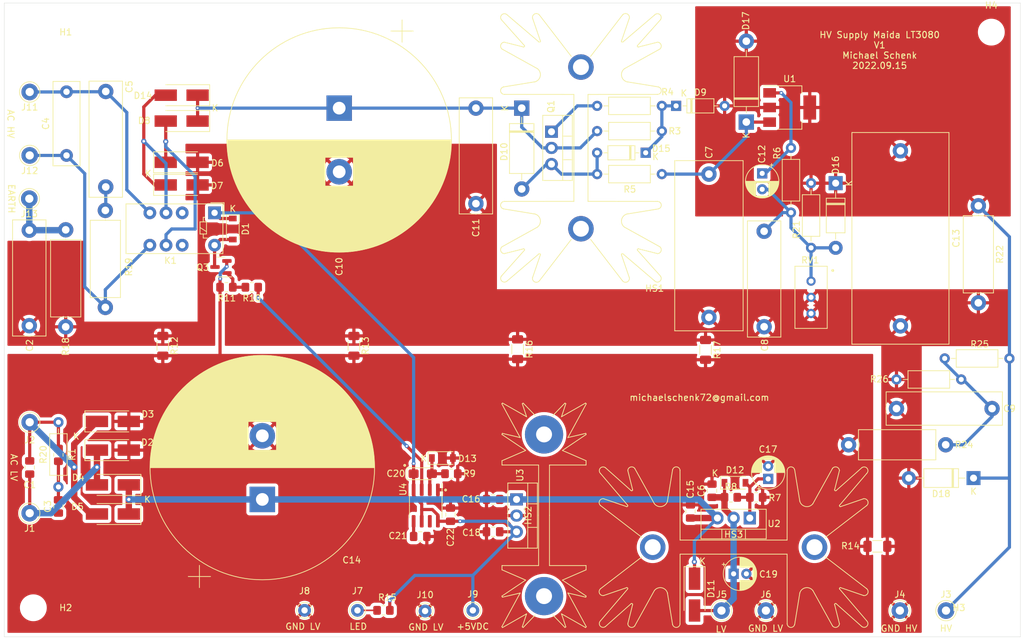
<source format=kicad_pcb>
(kicad_pcb (version 20211014) (generator pcbnew)
  (layers (0 "F.Cu" signal) (31 "B.Cu" signal) (34 "B.Paste" user) (35 "F.Paste" user) (36 "B.SilkS" user "B.Silkscreen") (37 "F.SilkS" user "F.Silkscreen") (38 "B.Mask" user) (39 "F.Mask" user) (44 "Edge.Cuts" user))
  (net 0 "")
  (net 1 "Net-(C1-Pad2)")
  (net 2 "GND_HV")
  (net 3 "Net-(C2-Pad1)")
  (net 4 "Net-(C3-Pad2)")
  (net 5 "Net-(C7-Pad1)")
  (net 6 "GND_LV")
  (net 7 "Net-(C4-Pad1)")
  (net 8 "Net-(C14-Pad1)")
  (net 9 "Net-(C17-Pad1)")
  (net 10 "Net-(C19-Pad1)")
  (net 11 "Net-(C20-Pad2)")
  (net 12 "Net-(D14-Pad2)")
  (net 13 "Net-(Q3-Pad1)")
  (net 14 "Net-(R10-Pad2)")
  (net 15 "Net-(J7-Pad1)")
  (net 16 "Net-(C21-Pad1)")
  (net 18 "Net-(C1-Pad1)")
  (net 19 "Net-(C4-Pad2)")
  (net 20 "Net-(C5-Pad1)")
  (net 21 "+5VDC")
  (net 22 "RELCTRL")
  (net 23 "Net-(D6-Pad1)")
  (net 25 "Net-(C9-Pad2)")
  (net 26 "Net-(D15-Pad1)")
  (net 27 "Net-(D10-Pad2)")
  (net 29 "Net-(Q1-Pad1)")
  (net 30 "Net-(C12-Pad2)")
  (net 31 "Net-(C10-Pad1)")
  (net 32 "Net-(C12-Pad1)")
  (net 33 "/HVOUT")
  (footprint "Capacitor_THT:CP_Radial_D35.0mm_P10.00mm_SnapIn" (layer "F.Cu") (at 102.87 69.342 -90)
    (fp_text reference "C10")
    (fp_text value "680uF/450VDC")
  )
  (footprint "Capacitor_THT:C_Rect_L18.0mm_W5.0mm_P15.00mm_FKS3_FKP3" (layer "F.Cu") (at 124.333 69.342 -90)
    (fp_text reference "C11")
    (fp_text value "100nF/630V")
  )
  (footprint "MountingHole:MountingHole_3.2mm_M3" (layer "F.Cu") (at 54.864 57.404)
    (fp_text reference "H1")
    (fp_text value "MountingHole")
  )
  (footprint "MountingHole:MountingHole_3.2mm_M3" (layer "F.Cu") (at 54.864 147.828)
    (fp_text reference "H2")
    (fp_text value "MountingHole")
  )
  (footprint "MountingHole:MountingHole_3.2mm_M3" (layer "F.Cu") (at 205.232 147.828)
    (fp_text reference "H3")
    (fp_text value "MountingHole")
  )
  (footprint "Connector_Pin:Pin_D1.3mm_L11.0mm" (layer "F.Cu") (at 198.12 148.2725)
    (fp_text reference "J3")
    (fp_text value "HV")
  )
  (footprint "Capacitor_THT:CP_Radial_D5.0mm_P2.00mm" (layer "F.Cu") (at 164.7825 142.494)
    (fp_text reference "C19")
    (fp_text value "1uF/25V")
  )
  (footprint "Capacitor_Tantalum_SMD:CP_EIA-3216-12_Kemet-S_Pad1.58x1.35mm_HandSolder" (layer "F.Cu") (at 115.9867 126.7714)
    (fp_text reference "C20")
    (fp_text value "15uF/10V")
  )
  (footprint "Diode_SMD:D_SOD-123" (layer "F.Cu") (at 119.0752 124.3076)
    (fp_text reference "D13")
    (fp_text value "1N4148W")
  )
  (footprint "Heatsink:Heatsink_Fischer_SK129-STS_42x25mm_2xDrill2.5mm" (layer "F.Cu") (at 164.7825 138.303)
    (fp_text reference "HS3")
    (fp_text value "Heatsink")
  )
  (footprint "Connector_Pin:Pin_D1.3mm_L11.0mm" (layer "F.Cu") (at 162.8775 148.2725)
    (fp_text reference "J5")
    (fp_text value "LV")
  )
  (footprint "Connector_Pin:Pin_D1.3mm_L11.0mm" (layer "F.Cu") (at 169.8498 148.2725)
    (fp_text reference "J6")
    (fp_text value "GND_LV")
  )
  (footprint "Package_TO_SOT_SMD:SOT-23" (layer "F.Cu") (at 84.312 94.2975 180)
    (fp_text reference "Q3")
    (fp_text value "MMBT3904")
  )
  (footprint "Resistor_SMD:R_0805_2012Metric_Pad1.20x1.40mm_HandSolder" (layer "F.Cu") (at 120.4816 126.7714)
    (fp_text reference "R9")
    (fp_text value "1Meg")
  )
  (footprint "Resistor_SMD:R_0805_2012Metric_Pad1.20x1.40mm_HandSolder" (layer "F.Cu") (at 89.154 97.4725)
    (fp_text reference "R10")
    (fp_text value "2.49k")
  )
  (footprint "Resistor_SMD:R_0805_2012Metric_Pad1.20x1.40mm_HandSolder" (layer "F.Cu") (at 85.1695 97.4725 180)
    (fp_text reference "R11")
    (fp_text value "2.49k")
  )
  (footprint "Resistor_SMD:R_1206_3216Metric_Pad1.30x1.75mm_HandSolder" (layer "F.Cu") (at 75.184 106.68 -90)
    (fp_text reference "R12")
    (fp_text value "0R")
  )
  (footprint "Resistor_SMD:R_1206_3216Metric_Pad1.30x1.75mm_HandSolder" (layer "F.Cu") (at 105.1814 106.6794 -90)
    (fp_text reference "R13")
    (fp_text value "0R")
  )
  (footprint "Resistor_SMD:R_1206_3216Metric_Pad1.30x1.75mm_HandSolder" (layer "F.Cu") (at 187.351 138.176 180)
    (fp_text reference "R14")
    (fp_text value "0R")
  )
  (footprint "Package_TO_SOT_THT:TO-220-3_Vertical" (layer "F.Cu") (at 130.7084 130.81 -90)
    (fp_text reference "U3")
    (fp_text value "LM7805_TO220")
  )
  (footprint "Package_SO:SOIC-8_3.9x4.9mm_P1.27mm" (layer "F.Cu") (at 116.459 131.764 -90)
    (fp_text reference "U4")
    (fp_text value "TLC555xD")
  )
  (footprint "Resistor_SMD:R_1206_3216Metric_Pad1.30x1.75mm_HandSolder" (layer "F.Cu") (at 130.8735 107.214 -90)
    (fp_text reference "R16")
    (fp_text value "0R")
  )
  (footprint "Resistor_SMD:R_1206_3216Metric_Pad1.30x1.75mm_HandSolder" (layer "F.Cu") (at 160.3756 107.3156 -90)
    (fp_text reference "R17")
    (fp_text value "0R")
  )
  (footprint "Connector_Pin:Pin_D1.3mm_L11.0mm" (layer "F.Cu") (at 190.881 148.2725)
    (fp_text reference "J4")
    (fp_text value "GND_HV")
  )
  (footprint "Connector_Pin:Pin_D1.0mm_L10.0mm" (layer "F.Cu") (at 105.7402 148.2344)
    (fp_text reference "J7")
    (fp_text value "LED")
  )
  (footprint "Connector_Pin:Pin_D1.0mm_L10.0mm" (layer "F.Cu") (at 97.4344 148.2344)
    (fp_text reference "J8")
    (fp_text value "GND_LV")
  )
  (footprint "Connector_Pin:Pin_D1.0mm_L10.0mm" (layer "F.Cu") (at 123.8504 148.2344)
    (fp_text reference "J9")
    (fp_text value "+5V")
  )
  (footprint "Connector_Pin:Pin_D1.0mm_L10.0mm" (layer "F.Cu") (at 116.3574 148.336)
    (fp_text reference "J10")
    (fp_text value "GND_LV")
  )
  (footprint "Resistor_SMD:R_0805_2012Metric_Pad1.20x1.40mm_HandSolder" (layer "F.Cu") (at 109.8202 148.2344)
    (fp_text reference "R15")
    (fp_text value "330R")
  )
  (footprint "Capacitor_SMD:C_0805_2012Metric_Pad1.18x1.45mm_HandSolder" (layer "F.Cu") (at 127.0293 130.81 180)
    (fp_text reference "C16")
    (fp_text value "330nF/50V")
  )
  (footprint "Capacitor_SMD:C_0805_2012Metric_Pad1.18x1.45mm_HandSolder" (layer "F.Cu") (at 127.0293 135.89 180)
    (fp_text reference "C18")
    (fp_text value "100nF/50V")
  )
  (footprint "Capacitor_SMD:C_0805_2012Metric_Pad1.18x1.45mm_HandSolder" (layer "F.Cu") (at 115.5915 136.6266)
    (fp_text reference "C21")
    (fp_text value "100nF/50V")
  )
  (footprint "Capacitor_SMD:C_0805_2012Metric_Pad1.18x1.45mm_HandSolder" (layer "F.Cu") (at 120.3452 133.2015 90)
    (fp_text reference "C22")
    (fp_text value "100nF/50V")
  )
  (footprint "MountingHole:MountingHole_3.2mm_M3" (layer "F.Cu") (at 205.232 57.404)
    (fp_text reference "H4")
    (fp_text value "MountingHole")
  )
  (footprint "Capacitor_THT:CP_Radial_D5.0mm_P2.00mm" (layer "F.Cu") (at 170.2054 127.5842 90)
    (fp_text reference "C17")
    (fp_text value "10uF/25V")
  )
  (footprint "Diode_SMD:D_SOD-123" (layer "F.Cu") (at 164.9974 128.1938)
    (fp_text reference "D12")
    (fp_text value "1N4148W")
  )
  (footprint "Diode_SMD:D_SMA_Handsoldering" (layer "F.Cu") (at 158.6484 145.7598 -90)
    (fp_text reference "D11")
    (fp_text value "1N4007")
  )
  (footprint "Package_TO_SOT_THT:TO-220-3_Vertical" (layer "F.Cu") (at 167.3225 133.731 180)
    (fp_text reference "U2")
    (fp_text value "LM317_TO-220")
  )
  (footprint "Resistor_SMD:R_0805_2012Metric_Pad1.20x1.40mm_HandSolder" (layer "F.Cu") (at 164.354 130.4798)
    (fp_text reference "R8")
    (fp_text value "240R")
  )
  (footprint "Resistor_SMD:R_0805_2012Metric_Pad1.20x1.40mm_HandSolder" (layer "F.Cu") (at 168.3352 130.4798)
    (fp_text reference "R7")
    (fp_text value "976R")
  )
  (footprint "Capacitor_SMD:C_0805_2012Metric_Pad1.18x1.45mm_HandSolder" (layer "F.Cu") (at 158.0134 132.6935 90)
    (fp_text reference "C15")
    (fp_text value "100nF/50V")
  )
  (footprint "Package_TO_SOT_THT:TO-220-3_Vertical" (layer "F.Cu") (at 136.1948 73.0504 -90)
    (fp_text reference "Q1")
    (fp_text value "FQPF2N70")
  )
  (footprint "Capacitor_THT:CP_Radial_D35.0mm_P10.00mm_SnapIn" (layer "F.Cu") (at 90.805 130.81 90)
    (fp_text reference "C14")
    (fp_text value "22000uF/25VDC")
  )
  (footprint "Capacitor_SMD:C_0805_2012Metric_Pad1.18x1.45mm_HandSolder" (layer "F.Cu") (at 54.2925 125.7935 90)
    (fp_text reference "C1")
    (fp_text value "Cx/10nF/50V")
  )
  (footprint "Capacitor_THT:C_Rect_L18.0mm_W5.0mm_P15.00mm_FKS3_FKP3" (layer "F.Cu") (at 54.229 88.519 -90)
    (fp_text reference "C2")
    (fp_text value "2.2nF 2kV")
  )
  (footprint "Capacitor_SMD:C_0805_2012Metric_Pad1.18x1.45mm_HandSolder" (layer "F.Cu") (at 58.801 131.911 90)
    (fp_text reference "C3")
    (fp_text value "Cs/50V")
  )
  (footprint "Capacitor_THT:C_Rect_L13.0mm_W4.0mm_P10.00mm_FKS3_FKP3_MKS4" (layer "F.Cu") (at 60.071 76.7715 90)
    (fp_text reference "C4")
    (fp_text value "Cx/10nF/630V")
  )
  (footprint "Capacitor_THT:C_Rect_L18.0mm_W5.0mm_P15.00mm_FKS3_FKP3" (layer "F.Cu") (at 66.2305 81.7245 90)
    (fp_text reference "C5")
    (fp_text value "Cs/630V")
  )
  (footprint "Capacitor_SMD:C_0805_2012Metric_Pad1.18x1.45mm_HandSolder" (layer "F.Cu") (at 161.3916 129.4423 90)
    (fp_text reference "C6")
    (fp_text value "100nF/50V")
  )
  (footprint "Diode_SMD:D_SOD-123" (layer "F.Cu") (at 86.1695 88.3275 -90)
    (fp_text reference "D1")
    (fp_text value "1N4148W")
  )
  (footprint "Diode_SMD:D_SMA_Handsoldering" (layer "F.Cu") (at 67.35 123.063)
    (fp_text reference "D2")
    (fp_text value "BYG22B-E3")
  )
  (footprint "Diode_SMD:D_SMA_Handsoldering" (layer "F.Cu") (at 67.35 118.5545)
    (fp_text reference "D3")
    (fp_text value "BYG22B-E3")
  )
  (footprint "Diode_SMD:D_SMA_Handsoldering" (layer "F.Cu") (at 67.35 128.524 180)
    (fp_text reference "D4")
    (fp_text value "BYG22B-E3")
  )
  (footprint "Diode_SMD:D_SMA_Handsoldering" (layer "F.Cu") (at 67.35 133.096 180)
    (fp_text reference "D5")
    (fp_text value "BYG22B-E3")
  )
  (footprint "Diode_SMD:D_SMA_Handsoldering" (layer "F.Cu") (at 78.145 77.851)
    (fp_text reference "D6")
    (fp_text value "BYG20J")
  )
  (footprint "Diode_SMD:D_SMA_Handsoldering" (layer "F.Cu") (at 78.145 81.407)
    (fp_text reference "D7")
    (fp_text value "BYG20J")
  )
  (footprint "Diode_SMD:D_SMA_Handsoldering" (layer "F.Cu") (at 78.145 71.374 180)
    (fp_text reference "D8")
    (fp_text value "BYG20J")
  )
  (footprint "Diode_SMD:D_SMA_Handsoldering" (layer "F.Cu") (at 78.145 67.31 180)
    (fp_text reference "D14")
    (fp_text value "BYG20J")
  )
  (footprint "Heatsink:Heatsink_Fischer_SK129-STS_42x25mm_2xDrill2.5mm" (layer "F.Cu") (at 140.8176 75.5904 -90)
    (fp_text reference "HS1")
    (fp_text value "Heatsink")
  )
  (footprint "Connector_Pin:Pin_D1.3mm_L11.0mm" (layer "F.Cu") (at 54.2925 132.969)
    (fp_text reference "J1")
    (fp_text value "AC-LV")
  )
  (footprint "Connector_Pin:Pin_D1.3mm_L11.0mm" (layer "F.Cu") (at 54.2925 118.6815)
    (fp_text reference "J2")
    (fp_text value "AC-LV")
  )
  (footprint "Connector_Pin:Pin_D1.3mm_L11.0mm" (layer "F.Cu") (at 54.2925 66.802)
    (fp_text reference "J11")
    (fp_text value "AC-HV")
  )
  (footprint "Connector_Pin:Pin_D1.3mm_L11.0mm" (layer "F.Cu") (at 54.2925 76.7715)
    (fp_text reference "J12")
    (fp_text value "AC-HV")
  )
  (footprint "Connector_Pin:Pin_D1.3mm_L11.0mm" (layer "F.Cu") (at 54.229 83.566)
    (fp_text reference "J13")
    (fp_text value "EARTH")
  )
  (footprint "Relay_THT:Relay_DPDT_Omron_G6S-2" (layer "F.Cu") (at 83.312 85.7885 -90)
    (fp_text reference "K1")
    (fp_text value "G6S-2 DC5")
  )
  (footprint "Resistor_SMD:R_0805_2012Metric_Pad1.20x1.40mm_HandSolder" (layer "F.Cu") (at 58.801 123.809 90)
    (fp_text reference "R1")
    (fp_text value "Rs/1/8W")
  )
  (footprint "Resistor_THT:R_Axial_DIN0414_L11.9mm_D4.5mm_P15.24mm_Horizontal" (layer "F.Cu") (at 59.944 88.4555 -90)
    (fp_text reference "R18")
    (fp_text value "100R/2W")
  )
  (footprint "Resistor_THT:R_Axial_DIN0414_L11.9mm_D4.5mm_P15.24mm_Horizontal" (layer "F.Cu") (at 66.167 85.4075 -90)
    (fp_text reference "R19")
    (fp_text value "Rs/2W")
  )
  (footprint "Resistor_THT:R_Axial_DIN0207_L6.3mm_D2.5mm_P10.16mm_Horizontal" (layer "F.Cu") (at 58.801 128.8415 90)
    (fp_text reference "R20")
    (fp_text value "Rs/0.6W")
  )
  (footprint "Resistor_THT:R_Axial_DIN0207_L6.3mm_D2.5mm_P10.16mm_Horizontal" (layer "F.Cu") (at 176.9364 91.2876 90)
    (fp_text reference "R21")
    (fp_text value "1k/0.6W")
  )
  (footprint "Resistor_THT:R_Axial_DIN0414_L11.9mm_D4.5mm_P15.24mm_Horizontal" (layer "F.Cu") (at 203.2 84.6836 -90)
    (fp_text reference "R22")
    (fp_text value "100k/2W")
  )
  (footprint "Package_TO_SOT_SMD:SOT-223" (layer "F.Cu") (at 173.584 69.2404)
    (fp_text reference "U1")
    (fp_text value "LT3080xST")
  )
  (footprint "Heatsink:Heatsink_Fischer_SK104-STC-STIC_35x13mm_2xDrill2.5mm" (layer "F.Cu") (at 135.0264 133.2992 90)
    (fp_text reference "HS2")
    (fp_text value "Heatsink")
  )
  (footprint "Diode_THT:D_DO-41_SOD81_P10.16mm_Horizontal" (layer "F.Cu") (at 202.438 127.4572 180)
    (fp_text reference "D18")
    (fp_text value "1N4007")
  )
  (footprint "Capacitor_THT:CP_Radial_D5.0mm_P2.50mm" (layer "F.Cu") (at 169.2656 79.5928 -90)
    (fp_text reference "C12")
    (fp_text value "2.2uF")
  )
  (footprint "Capacitor_THT:C_Rect_L18.0mm_W5.0mm_P15.00mm_FKS3_FKP3" (layer "F.Cu") (at 190.3476 116.5352)
    (fp_text reference "C9")
    (fp_text value "100nF/630V")
  )
  (footprint "Diode_THT:D_DO-41_SOD81_P10.16mm_Horizontal" (layer "F.Cu") (at 180.7972 81.1276 -90)
    (fp_text reference "D16")
    (fp_text value "1N4007")
  )
  (footprint "Capacitor_THT:C_Rect_L33.0mm_W15.0mm_P27.50mm_MKS4" (layer "F.Cu") (at 190.964442 76.0476 -90)
    (fp_text reference "C13")
    (fp_text value "2.2uF/630V")
  )
  (footprint "Resistor_THT:R_Axial_DIN0207_L6.3mm_D2.5mm_P10.16mm_Horizontal" (layer "F.Cu") (at 143.3576 72.9488)
    (fp_text reference "R3")
    (fp_text value "100k/1W")
  )
  (footprint "Resistor_THT:R_Axial_DIN0207_L6.3mm_D2.5mm_P10.16mm_Horizontal" (layer "F.Cu") (at 143.3576 79.7052)
    (fp_text reference "R5")
    (fp_text value "18R/0.6W")
  )
  (footprint "Potentiometer_THT:Potentiometer_Bourns_3296W_Vertical" (layer "F.Cu") (at 176.9364 96.52 90)
    (fp_text reference "RV1")
    (fp_text value "500k")
  )
  (footprint "Resistor_THT:R_Axial_DIN0207_L6.3mm_D2.5mm_P10.16mm_Horizontal" (layer "F.Cu") (at 143.3576 68.9864)
    (fp_text reference "R4")
    (fp_text value "100R/0.6W")
  )
  (footprint "Capacitor_THT:C_Rect_L18.0mm_W5.0mm_P15.00mm_FKS3_FKP3" (layer "F.Cu") (at 169.5704 88.6828 -90)
    (fp_text reference "C8")
    (fp_text value "100nF/630V")
  )
  (footprint "Diode_THT:D_DO-35_SOD27_P7.62mm_Horizontal" (layer "F.Cu") (at 150.9776 76.3524 180)
    (fp_text reference "D15")
    (fp_text value "1N5235BTR/0.5W")
  )
  (footprint "Diode_THT:D_DO-15_P12.70mm_Horizontal" (layer "F.Cu") (at 166.7764 71.5264 90)
    (fp_text reference "D17")
    (fp_text value "P6KE39A")
  )
  (footprint "Diode_THT:D_DO-35_SOD27_P7.62mm_Horizontal" (layer "F.Cu") (at 155.7528 68.9864)
    (fp_text reference "D9")
    (fp_text value "1N5235BTR/6.8V/0.5W")
  )
  (footprint "Resistor_THT:R_Axial_DIN0207_L6.3mm_D2.5mm_P10.16mm_Horizontal" (layer "F.Cu") (at 200.5076 111.9632 180)
    (fp_text reference "R26")
    (fp_text value "100k/0.6W")
  )
  (footprint "Diode_THT:D_DO-15_P12.70mm_Horizontal" (layer "F.Cu") (at 131.5212 69.342 -90)
    (fp_text reference "D10")
    (fp_text value "P6KE530A")
  )
  (footprint "Resistor_THT:R_Axial_DIN0207_L6.3mm_D2.5mm_P10.16mm_Horizontal" (layer "F.Cu") (at 173.7868 85.7504 90)
    (fp_text reference "R6")
    (fp_text value "100k/0.6W")
  )
  (footprint "Capacitor_THT:C_Rect_L26.5mm_W10.5mm_P22.50mm_MKS4" (layer "F.Cu") (at 160.909 79.7052 -90)
    (fp_text reference "C7")
    (fp_text value "1uF/630V")
  )
  (footprint "Resistor_THT:R_Axial_DIN0414_L11.9mm_D4.5mm_P15.24mm_Horizontal" (layer "F.Cu") (at 182.8292 122.2248)
    (fp_text reference "R24")
    (fp_text value "100R/2W")
  )
  (footprint "Resistor_THT:R_Axial_DIN0207_L6.3mm_D2.5mm_P10.16mm_Horizontal" (layer "F.Cu") (at 208.0768 108.6612 180)
    (fp_text reference "R25")
    (fp_text value "300k/0.6W")
  )
  (gr_line (start 50.292 52.832) (end 50.292 152.4) (layer "Edge.Cuts") (width 0.05))
  (gr_line (start 209.804 52.832) (end 50.292 52.832) (layer "Edge.Cuts") (width 0.05))
  (gr_line (start 50.292 152.4) (end 209.804 152.4) (layer "Edge.Cuts") (width 0.05))
  (gr_line (start 209.804 152.4) (end 209.804 52.832) (layer "Edge.Cuts") (width 0.05))
  (gr_text "HV" (at 198.12 151.0665) (layer "F.SilkS") (effects (font (size 1 1))))
  (gr_text "LV" (at 162.814 151.1935) (layer "F.SilkS") (effects (font (size 1 1))))
  (gr_text "GND LV" (at 116.4844 150.876) (layer "F.SilkS") (effects (font (size 1 1))))
  (gr_text "GND LV" (at 97.1804 150.7744) (layer "F.SilkS") (effects (font (size 1 1))))
  (gr_text "+5VDC" (at 123.8504 150.7744) (layer "F.SilkS") (effects (font (size 1 1))))
  (gr_text "LED" (at 105.8672 150.7744) (layer "F.SilkS") (effects (font (size 1 1))))
  (gr_text "AC LV" (at 51.816 125.7935 270) (layer "F.SilkS") (effects (font (size 1 1))))
  (gr_text "AC HV" (at 51.308 71.8185 270) (layer "F.SilkS") (effects (font (size 1 1))))
  (gr_text "EARTH" (at 51.435 83.566 -90) (layer "F.SilkS") (effects (font (size 1 1))))
  (gr_text "GND HV" (at 190.754 151.0665) (layer "F.SilkS") (effects (font (size 1 1))))
  (gr_text "K" (at 72.898 79.629) (layer "F.SilkS") (effects (font (size 1 1))))
  (gr_text "K" (at 61.595 120.904) (layer "F.SilkS") (effects (font (size 1 1))))
  (gr_text "K" (at 72.771 130.81) (layer "F.SilkS") (effects (font (size 1 1))))
  (gr_text "K" (at 116.1415 124.333) (layer "F.SilkS") (effects (font (size 1 1))))
  (gr_text "K" (at 159.893 140.5255) (layer "F.SilkS") (effects (font (size 1 1))))
  (gr_text "K" (at 161.8615 126.6825) (layer "F.SilkS") (effects (font (size 1 1))))
  (gr_text "GND LV" (at 169.799 151.0665) (layer "F.SilkS") (effects (font (size 1 1))))
  (gr_text "K" (at 86.1695 85.1535) (layer "F.SilkS") (effects (font (size 1 1))))
  (gr_text "°" (at 113.157 125.857) (layer "F.SilkS") (effects (font (size 1 1))))
  (gr_text "K" (at 83.3755 69.342) (layer "F.SilkS") (effects (font (size 1 1))))
  (gr_text "°" (at 119.5705 129.7305) (layer "F.SilkS") (effects (font (size 1 1))))
  (gr_text "°" (at 180.34 95.25) (layer "F.SilkS") (effects (font (size 1 1))))
  (gr_text "HV Supply Maida LT3080\nV1\nMichael Schenk\n2022.09.15\n" (at 187.706 60.2488) (layer "F.SilkS") (effects (font (size 1 1))))
  (gr_text "michaelschenk72@gmail.com" (at 159.4104 114.808) (layer "F.SilkS") (effects (font (size 1 1))))
  (segment (start 61.2775 125.73) (end 61.2775 122.127) (width 1) (layer "F.Cu") (net 1))
  (segment (start 58.801 118.6815) (end 54.2925 118.6815) (width 0.5) (layer "F.Cu") (net 1))
  (segment (start 61.2775 130.4925) (end 61.2775 125.73) (width 1) (layer "F.Cu") (net 1))
  (segment (start 64.85 133.096) (end 63.881 133.096) (width 1) (layer "F.Cu") (net 1))
  (segment (start 63.881 133.096) (end 61.2775 130.4925) (width 1) (layer "F.Cu") (net 1))
  (segment (start 61.2775 122.127) (end 64.85 118.5545) (width 1) (layer "F.Cu") (net 1))
  (segment (start 54.2925 124.756) (end 54.2925 118.6815) (width 0.5) (layer "F.Cu") (net 1))
  (segment (start 58.801 122.809) (end 58.801 118.6815) (width 0.5) (layer "F.Cu") (net 1))
  (via (at 61.2775 125.73) (size 1) (drill 0.5) (layers "F.Cu" "B.Cu") (net 1))
  (segment (start 54.2925 118.6815) (end 54.2925 118.745) (width 1) (layer "B.Cu") (net 1))
  (segment (start 54.2925 118.745) (end 61.2775 125.73) (width 1) (layer "B.Cu") (net 1))
  (segment (start 59.8805 88.519) (end 59.944 88.4555) (width 1) (layer "B.Cu") (net 3))
  (segment (start 54.229 88.519) (end 59.8805 88.519) (width 1) (layer "B.Cu") (net 3))
  (segment (start 54.229 83.566) (end 54.229 88.519) (width 1) (layer "B.Cu") (net 3))
  (segment (start 58.801 128.8415) (end 58.801 124.809) (width 0.5) (layer "F.Cu") (net 4))
  (segment (start 58.801 130.8735) (end 58.801 128.8415) (width 0.5) (layer "F.Cu") (net 4))
  (segment (start 170.434 71.5404) (end 166.7904 71.5404) (width 0.5) (layer "F.Cu") (net 5))
  (segment (start 166.7904 71.5404) (end 166.7764 71.5264) (width 0.5) (layer "F.Cu") (net 5))
  (segment (start 160.909 79.7052) (end 166.7764 73.8378) (width 0.5) (layer "B.Cu") (net 5))
  (segment (start 153.5176 79.7052) (end 160.909 79.7052) (width 0.5) (layer "B.Cu") (net 5))
  (segment (start 166.7764 73.8378) (end 166.7764 71.5264) (width 0.5) (layer "B.Cu") (net 5))
  (segment (start 84.1695 96.1705) (end 84.201 96.139) (width 0.5) (layer "F.Cu") (net 6))
  (segment (start 84.1695 97.4725) (end 84.1695 110.395) (width 0.5) (layer "F.Cu") (net 6))
  (segment (start 85.217 94.234) (end 85.217 93.38) (width 0.5) (layer "F.Cu") (net 6))
  (segment (start 84.1695 110.522) (end 84.1695 110.395) (width 0.25) (layer "F.Cu") (net 6))
  (segment (start 84.1695 97.4725) (end 84.1695 96.1705) (width 0.5) (layer "F.Cu") (net 6))
  (segment (start 85.217 93.38) (end 85.2495 93.3475) (width 0.5) (layer "F.Cu") (net 6))
  (segment (start 84.411999 97.230001) (end 84.1695 97.4725) (width 0.5) (layer "F.Cu") (net 6))
  (via (at 84.201 96.139) (size 0.6) (drill 0.3) (layers "F.Cu" "B.Cu") (net 6))
  (via (at 85.217 94.234) (size 0.6) (drill 0.3) (layers "F.Cu" "B.Cu") (net 6))
  (segment (start 84.201 96.139) (end 84.201 95.25) (width 0.5) (layer "B.Cu") (net 6))
  (segment (start 84.201 95.25) (end 85.217 94.234) (width 0.5) (layer "B.Cu") (net 6))
  (segment (start 62.9285 79.629) (end 62.9285 97.409) (width 0.5) (layer "B.Cu") (net 7))
  (segment (start 62.9285 97.409) (end 66.167 100.6475) (width 0.5) (layer "B.Cu") (net 7))
  (segment (start 66.167 97.8535) (end 73.152 90.8685) (width 0.5) (layer "B.Cu") (net 7))
  (segment (start 54.2925 76.7715) (end 60.071 76.7715) (width 0.5) (layer "B.Cu") (net 7))
  (segment (start 60.071 76.7715) (end 62.9285 79.629) (width 0.5) (layer "B.Cu") (net 7))
  (segment (start 66.167 100.6475) (end 66.167 97.8535) (width 0.5) (layer "B.Cu") (net 7))
  (segment (start 158.6484 143.2598) (end 158.6484 140.6398) (width 0.5) (layer "F.Cu") (net 8))
  (segment (start 69.85 133.096) (end 69.85 130.81) (width 1) (layer "F.Cu") (net 8))
  (segment (start 162.2425 133.731) (end 158.0134 133.731) (width 1) (layer "F.Cu") (net 8))
  (segment (start 158.6484 140.6398) (end 158.623 140.6144) (width 0.5) (layer "F.Cu") (net 8))
  (segment (start 130.7084 130.81) (end 128.0668 130.81) (width 0.5) (layer "F.Cu") (net 8))
  (segment (start 69.85 130.81) (end 69.85 128.524) (width 1) (layer "F.Cu") (net 8))
  (via (at 69.85 130.81) (size 1) (drill 0.5) (layers "F.Cu" "B.Cu") (net 8))
  (via (at 158.623 140.6144) (size 0.8) (drill 0.4) (layers "F.Cu" "B.Cu") (net 8))
  (segment (start 130.7084 130.81) (end 90.805 130.81) (width 1) (layer "B.Cu") (net 8))
  (segment (start 130.7084 130.81) (end 159.3215 130.81) (width 1) (layer "B.Cu") (net 8))
  (segment (start 158.623 140.6144) (end 158.623 137.3505) (width 0.5) (layer "B.Cu") (net 8))
  (segment (start 158.623 137.3505) (end 162.2425 133.731) (width 0.5) (layer "B.Cu") (net 8))
  (segment (start 90.805 130.81) (end 69.85 130.81) (width 1) (layer "B.Cu") (net 8))
  (segment (start 159.3215 130.81) (end 162.2425 133.731) (width 1) (layer "B.Cu") (net 8))
  (segment (start 167.3352 130.4798) (end 165.354 130.4798) (width 0.5) (layer "F.Cu") (net 9))
  (segment (start 167.3352 130.4798) (end 167.3352 128.8816) (width 0.5) (layer "F.Cu") (net 9))
  (segment (start 170.2054 127.5842) (end 168.6326 127.5842) (width 0.5) (layer "F.Cu") (net 9))
  (segment (start 167.3225 130.4925) (end 167.3352 130.4798) (width 0.5) (layer "F.Cu") (net 9))
  (segment (start 167.3352 128.8816) (end 166.6474 128.1938) (width 0.5) (layer "F.Cu") (net 9))
  (segment (start 168.6326 127.5842) (end 167.3352 128.8816) (width 0.5) (layer "F.Cu") (net 9))
  (segment (start 167.3225 133.731) (end 167.3225 130.4925) (width 0.5) (layer "F.Cu") (net 9))
  (segment (start 163.354 128.2004) (end 163.3474 128.1938) (width 0.25) (layer "F.Cu") (net 10))
  (segment (start 162.8775 148.2725) (end 158.6611 148.2725) (width 0.5) (layer "F.Cu") (net 10))
  (segment (start 163.354 130.4798) (end 163.354 132.3025) (width 1) (layer "F.Cu") (net 10))
  (segment (start 163.354 130.4798) (end 163.354 128.2004) (width 0.5) (layer "F.Cu") (net 10))
  (segment (start 163.354 130.4798) (end 161.3916 130.4798) (width 1) (layer "F.Cu") (net 10))
  (segment (start 158.6611 148.2725) (end 158.6484 148.2598) (width 0.5) (layer "F.Cu") (net 10))
  (segment (start 163.354 132.3025) (end 164.7825 133.731) (width 1) (layer "F.Cu") (net 10))
  (segment (start 164.7825 146.3675) (end 162.8775 148.2725) (width 1) (layer "B.Cu") (net 10))
  (segment (start 164.7825 142.494) (end 164.7825 146.3675) (width 1) (layer "B.Cu") (net 10))
  (segment (start 164.7825 133.731) (end 164.7825 142.494) (width 1) (layer "B.Cu") (net 10))
  (segment (start 117.094 127.1016) (end 117.4242 126.7714) (width 0.5) (layer "F.Cu") (net 11))
  (segment (start 117.094 129.289) (end 117.094 127.1016) (width 0.5) (layer "F.Cu") (net 11))
  (segment (start 117.4242 124.3086) (end 117.4252 124.3076) (width 0.5) (layer "F.Cu") (net 11))
  (segment (start 119.4816 126.7714) (end 117.4242 126.7714) (width 0.5) (layer "F.Cu") (net 11))
  (segment (start 117.4242 126.7714) (end 117.4242 124.3086) (width 0.5) (layer "F.Cu") (net 11))
  (segment (start 74.041 67.31) (end 75.645 67.31) (width 0.5) (layer "F.Cu") (net 12))
  (segment (start 73.914 81.407) (end 72.1995 79.6925) (width 0.5) (layer "F.Cu") (net 12))
  (segment (start 72.1995 74.549) (end 72.1995 69.1515) (width 0.5) (layer "F.Cu") (net 12))
  (segment (start 75.645 81.407) (end 73.914 81.407) (width 0.5) (layer "F.Cu") (net 12))
  (segment (start 72.1995 79.6925) (end 72.1995 74.549) (width 0.5) (layer "F.Cu") (net 12))
  (segment (start 72.1995 69.1515) (end 74.041 67.31) (width 0.5) (layer "F.Cu") (net 12))
  (via (at 72.1995 74.549) (size 0.8) (drill 0.4) (layers "F.Cu" "B.Cu") (net 12))
  (segment (start 75.692 78.0415) (end 72.1995 74.549) (width 0.5) (layer "B.Cu") (net 12))
  (segment (start 75.692 85.7885) (end 75.692 78.0415) (width 0.5) (layer "B.Cu") (net 12))
  (segment (start 86.1695 96.1675) (end 85.2495 95.2475) (width 0.5) (layer "F.Cu") (net 13))
  (segment (start 88.154 97.4725) (end 86.1695 97.4725) (width 0.5) (layer "F.Cu") (net 13))
  (segment (start 86.1695 97.4725) (end 86.1695 96.1675) (width 0.5) (layer "F.Cu") (net 13))
  (segment (start 113.4745 122.428) (end 115.824 124.7775) (width 0.5) (layer "F.Cu") (net 14))
  (segment (start 90.154 97.4725) (end 90.154 99.1075) (width 0.5) (layer "F.Cu") (net 14))
  (segment (start 115.824 124.7775) (end 115.824 129.289) (width 0.5) (layer "F.Cu") (net 14))
  (segment (start 90.154 99.1075) (end 90.17 99.1235) (width 0.5) (layer "F.Cu") (net 14))
  (via (at 90.17 99.1235) (size 0.6) (drill 0.3) (layers "F.Cu" "B.Cu") (net 14))
  (via (at 113.4745 122.428) (size 0.6) (drill 0.3) (layers "F.Cu" "B.Cu") (net 14))
  (segment (start 90.17 99.1235) (end 113.4745 122.428) (width 0.5) (layer "B.Cu") (net 14))
  (segment (start 108.8202 148.2344) (end 105.7402 148.2344) (width 0.25) (layer "F.Cu") (net 15))
  (segment (start 114.554 136.6266) (end 114.554 134.239) (width 0.5) (layer "F.Cu") (net 16))
  (segment (start 64.85 123.063) (end 64.85 125.7465) (width 1) (layer "F.Cu") (net 18))
  (segment (start 54.2925 126.831) (end 54.2925 132.969) (width 0.5) (layer "F.Cu") (net 18))
  (segment (start 64.85 125.7465) (end 64.85 128.524) (width 1) (layer "F.Cu") (net 18))
  (segment (start 54.2925 132.969) (end 58.7805 132.969) (width 0.5) (layer "F.Cu") (net 18))
  (segment (start 58.7805 132.969) (end 58.801 132.9485) (width 0.5) (layer "F.Cu") (net 18))
  (via (at 64.85 125.7465) (size 1) (drill 0.5) (layers "F.Cu" "B.Cu") (net 18))
  (segment (start 54.2925 132.969) (end 57.6275 132.969) (width 1) (layer "B.Cu") (net 18))
  (segment (start 57.6275 132.969) (end 64.85 125.7465) (width 1) (layer "B.Cu") (net 18))
  (segment (start 54.2925 66.802) (end 60.0405 66.802) (width 0.5) (layer "B.Cu") (net 19))
  (segment (start 69.5325 70.0265) (end 66.2305 66.7245) (width 0.5) (layer "B.Cu") (net 19))
  (segment (start 60.0405 66.802) (end 60.071 66.7715) (width 0.5) (layer "B.Cu") (net 19))
  (segment (start 73.152 85.7885) (end 69.5325 82.169) (width 0.5) (layer "B.Cu") (net 19))
  (segment (start 60.071 66.7715) (end 66.1835 66.7715) (width 0.5) (layer "B.Cu") (net 19))
  (segment (start 69.5325 82.169) (end 69.5325 70.0265) (width 0.5) (layer "B.Cu") (net 19))
  (segment (start 66.1835 66.7715) (end 66.2305 66.7245) (width 0.5) (layer "B.Cu") (net 19))
  (segment (start 66.2305 85.344) (end 66.167 85.4075) (width 0.5) (layer "B.Cu") (net 20))
  (segment (start 66.2305 81.7245) (end 66.2305 85.344) (width 0.5) (layer "B.Cu") (net 20))
  (segment (start 110.8075 148.2217) (end 110.8202 148.2344) (width 0.5) (layer "F.Cu") (net 21))
  (segment (start 118.364 134.239) (end 118.364 133.264) (width 0.5) (layer "F.Cu") (net 21))
  (segment (start 114.554 130.264) (end 115.824 131.534) (width 0.5) (layer "F.Cu") (net 21))
  (segment (start 110.8075 146.685) (end 110.8075 148.2217) (width 0.5) (layer "F.Cu") (net 21))
  (segment (start 114.5492 126.7714) (end 114.5492 125.1633) (width 0.5) (layer "F.Cu") (net 21))
  (segment (start 114.554 126.7762) (end 114.5492 126.7714) (width 0.5) (layer "F.Cu") (net 21))
  (segment (start 115.824 131.534) (end 115.824 132.3975) (width 0.5) (layer "F.Cu") (net 21))
  (segment (start 115.824 132.3975) (end 115.824 134.239) (width 0.5) (layer "F.Cu") (net 21))
  (segment (start 114.554 129.289) (end 114.554 126.7762) (width 0.5) (layer "F.Cu") (net 21))
  (segment (start 114.5492 125.1633) (end 114.554 125.1585) (width 0.5) (layer "F.Cu") (net 21))
  (segment (start 118.364 133.264) (end 117.4975 132.3975) (width 0.5) (layer "F.Cu") (net 21))
  (segment (start 130.7084 135.89) (end 128.0668 135.89) (width 0.5) (layer "F.Cu") (net 21))
  (segment (start 120.3452 134.239) (end 118.364 134.239) (width 0.5) (layer "F.Cu") (net 21))
  (segment (start 114.554 129.289) (end 114.554 130.264) (width 0.5) (layer "F.Cu") (net 21))
  (segment (start 84.201 86.6775) (end 83.312 85.7885) (width 0.5) (layer "F.Cu") (net 21))
  (segment (start 117.4975 132.3975) (end 115.824 132.3975) (width 0.5) (layer "F.Cu") (net 21))
  (segment (start 86.1695 86.6775) (end 84.201 86.6775) (width 0.5) (layer "F.Cu") (net 21))
  (segment (start 120.3452 134.239) (end 121.8565 134.239) (width 0.5) (layer "F.Cu") (net 21))
  (via (at 114.554 125.1585) (size 0.6) (drill 0.3) (layers "F.Cu" "B.Cu") (net 21))
  (via (at 110.8075 146.685) (size 0.6) (drill 0.3) (layers "F.Cu" "B.Cu") (net 21))
  (via (at 121.8565 134.239) (size 0.6) (drill 0.3) (layers "F.Cu" "B.Cu") (net 21))
  (segment (start 114.554 108.5215) (end 114.554 125.1585) (width 0.5) (layer "B.Cu") (net 21))
  (segment (start 123.8504 148.2344) (end 123.8504 142.748) (width 0.5) (layer "B.Cu") (net 21))
  (segment (start 129.0574 134.239) (end 130.7084 135.89) (width 0.5) (layer "B.Cu") (net 21))
  (segment (start 114.7445 142.748) (end 110.8075 146.685) (width 0.5) (layer "B.Cu") (net 21))
  (segment (start 91.821 85.7885) (end 114.554 108.5215) (width 0.5) (layer "B.Cu") (net 21))
  (segment (start 121.8565 134.239) (end 129.0574 134.239) (width 0.5) (layer "B.Cu") (net 21))
  (segment (start 83.312 85.7885) (end 91.821 85.7885) (width 0.5) (layer "B.Cu") (net 21))
  (segment (start 123.8504 142.748) (end 114.7445 142.748) (width 0.5) (layer "B.Cu") (net 21))
  (segment (start 123.8504 142.748) (end 130.7084 135.89) (width 0.5) (layer "B.Cu") (net 21))
  (segment (start 84.203 89.9775) (end 83.312 90.8685) (width 0.5) (layer "F.Cu") (net 22))
  (segment (start 83.312 94.2975) (end 83.312 90.8685) (width 0.5) (layer "F.Cu") (net 22))
  (segment (start 86.1695 89.9775) (end 84.203 89.9775) (width 0.5) (layer "F.Cu") (net 22))
  (segment (start 75.645 74.596) (end 75.645 71.374) (width 0.5) (layer "F.Cu") (net 23))
  (segment (start 75.645 77.851) (end 75.645 74.596) (width 0.5) (layer "F.Cu") (net 23))
  (via (at 75.645 74.596) (size 0.8) (drill 0.4) (layers "F.Cu" "B.Cu") (net 23))
  (segment (start 75.692 90.8685) (end 75.692 89.2175) (width 0.5) (layer "B.Cu") (net 23))
  (segment (start 75.692 89.2175) (end 76.581 88.3285) (width 0.5) (layer "B.Cu") (net 23))
  (segment (start 80.264 88.3285) (end 80.264 80.040502) (width 0.5) (layer "B.Cu") (net 23))
  (segment (start 80.264 80.040502) (end 75.645 75.421502) (width 0.5) (layer "B.Cu") (net 23))
  (segment (start 75.645 75.421502) (end 75.645 74.596) (width 0.5) (layer "B.Cu") (net 23))
  (segment (start 76.581 88.3285) (end 80.264 88.3285) (width 0.5) (layer "B.Cu") (net 23))
  (segment (start 198.0692 122.2248) (end 200.914 122.2248) (width 0.5) (layer "B.Cu") (net 25))
  (segment (start 205.3476 117.7912) (end 205.3476 116.5352) (width 0.5) (layer "B.Cu") (net 25))
  (segment (start 200.914 122.2248) (end 205.3476 117.7912) (width 0.5) (layer "B.Cu") (net 25))
  (segment (start 205.3476 116.5352) (end 200.7756 111.9632) (width 0.5) (layer "B.Cu") (net 25))
  (segment (start 200.7756 111.9632) (end 200.5076 111.9632) (width 0.5) (layer "B.Cu") (net 25))
  (segment (start 197.9168 109.3724) (end 200.5076 111.9632) (width 0.5) (layer "B.Cu") (net 25))
  (segment (start 197.9168 108.6612) (end 197.9168 109.3724) (width 0.5) (layer "B.Cu") (net 25))
  (segment (start 153.5176 72.9488) (end 153.5176 68.9864) (width 0.5) (layer "B.Cu") (net 26))
  (segment (start 153.5176 73.8124) (end 150.9776 76.3524) (width 0.5) (layer "B.Cu") (net 26))
  (segment (start 155.7528 68.9864) (end 153.5176 68.9864) (width 0.5) (layer "B.Cu") (net 26))
  (segment (start 153.5176 72.9488) (end 153.5176 73.8124) (width 0.5) (layer "B.Cu") (net 26))
  (segment (start 135.4328 78.1304) (end 131.5212 82.042) (width 0.5) (layer "B.Cu") (net 27))
  (segment (start 136.1948 78.1304) (end 135.4328 78.1304) (width 0.5) (layer "B.Cu") (net 27))
  (segment (start 143.3576 79.7052) (end 137.7696 79.7052) (width 0.5) (layer "B.Cu") (net 27))
  (segment (start 137.7696 79.7052) (end 136.1948 78.1304) (width 0.5) (layer "B.Cu") (net 27))
  (segment (start 143.3576 79.7052) (end 143.3576 76.3524) (width 0.5) (layer "B.Cu") (net 27))
  (segment (start 143.3576 68.9864) (end 140.2588 68.9864) (width 0.5) (layer "B.Cu") (net 29))
  (segment (start 140.2588 68.9864) (end 136.1948 73.0504) (width 0.5) (layer "B.Cu") (net 29))
  (segment (start 173.7868 85.7504) (end 173.7868 88.138) (width 0.5) (layer "B.Cu") (net 30))
  (segment (start 173.7868 85.7504) (end 170.1292 82.0928) (width 0.5) (layer "B.Cu") (net 30))
  (segment (start 170.1292 82.0928) (end 169.2656 82.0928) (width 0.5) (layer "B.Cu") (net 30))
  (segment (start 173.7868 88.138) (end 176.9364 91.2876) (width 0.5) (layer "B.Cu") (net 30))
  (segment (start 176.9364 91.2876) (end 180.7972 91.2876) (width 0.5) (layer "B.Cu") (net 30))
  (segment (start 173.7868 85.7504) (end 172.5028 85.7504) (width 0.5) (layer "B.Cu") (net 30))
  (segment (start 172.5028 85.7504) (end 169.5704 88.6828) (width 0.5) (layer "B.Cu") (net 30))
  (segment (start 176.9364 91.2876) (end 176.9364 96.52) (width 0.5) (layer "B.Cu") (net 30))
  (segment (start 80.645 67.31) (end 80.645 71.374) (width 0.5) (layer "F.Cu") (net 31))
  (via (at 80.645 69.342) (size 0.6) (drill 0.3) (layers "F.Cu" "B.Cu") (net 31))
  (segment (start 136.1948 75.5904) (end 140.716 75.5904) (width 0.5) (layer "B.Cu") (net 31))
  (segment (start 102.87 69.342) (end 80.645 69.342) (width 0.5) (layer "B.Cu") (net 31))
  (segment (start 131.5212 72.3218) (end 131.5212 69.342) (width 0.5) (layer "B.Cu") (net 31))
  (segment (start 102.87 69.342) (end 124.333 69.342) (width 0.5) (layer "B.Cu") (net 31))
  (segment (start 124.333 69.342) (end 131.5212 69.342) (width 0.5) (layer "B.Cu") (net 31))
  (segment (start 134.7898 75.5904) (end 131.5212 72.3218) (width 0.5) (layer "B.Cu") (net 31))
  (segment (start 140.716 75.5904) (end 143.3576 72.9488) (width 0.5) (layer "B.Cu") (net 31))
  (segment (start 136.1948 75.5904) (end 134.7898 75.5904) (width 0.5) (layer "B.Cu") (net 31))
  (segment (start 172.2628 66.9544) (end 170.448 66.9544) (width 0.5) (layer "F.Cu") (net 32))
  (segment (start 170.448 66.9544) (end 170.434 66.9404) (width 0.5) (layer "F.Cu") (net 32))
  (via (at 172.2628 66.9544) (size 0.6) (drill 0.3) (layers "F.Cu" "B.Cu") (net 32))
  (segment (start 173.7868 75.5904) (end 173.7868 68.4784) (width 0.5) (layer "B.Cu") (net 32))
  (segment (start 169.7844 79.5928) (end 169.2656 79.5928) (width 0.5) (layer "B.Cu") (net 32))
  (segment (start 173.7868 75.5904) (end 169.7844 79.5928) (width 0.5) (layer "B.Cu") (net 32))
  (segment (start 173.7868 68.4784) (end 172.2628 66.9544) (width 0.5) (layer "B.Cu") (net 32))
  (segment (start 202.438 127.4572) (end 207.9244 127.4572) (width 0.5) (layer "B.Cu") (net 33))
  (segment (start 208.0768 108.6612) (end 208.0768 127.6096) (width 0.5) (layer "B.Cu") (net 33))
  (segment (start 208.0768 108.6612) (end 208.0768 89.5604) (width 0.5) (layer "B.Cu") (net 33))
  (segment (start 208.0768 127.6096) (end 208.0768 138.3157) (width 0.5) (layer "B.Cu") (net 33))
  (segment (start 208.0768 89.5604) (end 203.2 84.6836) (width 0.5) (layer "B.Cu") (net 33))
  (segment (start 208.0768 138.3157) (end 198.12 148.2725) (width 0.5) (layer "B.Cu") (net 33))
  (segment (start 207.9244 127.4572) (end 208.0768 127.6096) (width 0.5) (layer "B.Cu") (net 33))
  (zone (net 6) (net_name "GND_LV") (layer "F.Cu") (connect_pads (clearance 0.508)) (min_thickness 0.254) (fill yes (thermal_gap 0.508) (thermal_bridge_width 0.508))
    (polygon (pts (xy 186.69 151.765) (xy 50.8 151.765) (xy 50.8 107.95) (xy 186.69 107.95)))
  )
  (zone (net 33) (net_name "/HVOUT") (layer "F.Cu") (connect_pads (clearance 0.508)) (min_thickness 0.254) (fill yes (thermal_gap 0.508) (thermal_bridge_width 0.508))
    (polygon (pts (xy 208.28 86.36) (xy 158.75 86.36) (xy 158.75 53.34) (xy 208.28 53.34)))
  )
  (zone (net 2) (net_name "GND_HV") (layer "F.Cu") (connect_pads (clearance 0.508)) (min_thickness 0.254) (fill yes (thermal_gap 0.508) (thermal_bridge_width 0.508))
    (polygon (pts (xy 127.635 97.79) (xy 208.28 97.79) (xy 208.28 106.7308) (xy 194.31 106.7308) (xy 194.31 151.765) (xy 187.96 151.765) (xy 187.96 106.68) (xy 50.8 106.68) (xy 50.8 90.17) (xy 62.865 90.17) (xy 62.865 102.87) (xy 80.645 102.87) (xy 80.645 83.82) (xy 78.74 83.82) (xy 78.74 74.93) (xy 127.635 74.93)))
  )
)
</source>
